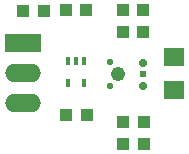
<source format=gtp>
G04 #@! TF.GenerationSoftware,KiCad,Pcbnew,(5.0.2)-1*
G04 #@! TF.CreationDate,2019-02-23T10:33:44+09:00*
G04 #@! TF.ProjectId,SPU0410LR5H,53505530-3431-4304-9c52-35482e6b6963,v1.1*
G04 #@! TF.SameCoordinates,Original*
G04 #@! TF.FileFunction,Paste,Top*
G04 #@! TF.FilePolarity,Positive*
%FSLAX46Y46*%
G04 Gerber Fmt 4.6, Leading zero omitted, Abs format (unit mm)*
G04 Created by KiCad (PCBNEW (5.0.2)-1) date 2019/02/23 10:33:44*
%MOMM*%
%LPD*%
G01*
G04 APERTURE LIST*
%ADD10R,3.048000X1.524000*%
%ADD11O,3.048000X1.524000*%
%ADD12C,0.562000*%
%ADD13C,0.723000*%
%ADD14C,1.224000*%
%ADD15C,0.612000*%
%ADD16R,1.049020X1.079500*%
%ADD17R,1.800000X1.600000*%
%ADD18R,0.400000X0.750000*%
G04 APERTURE END LIST*
D10*
G04 #@! TO.C,P1*
X141920000Y-108880000D03*
D11*
X141920000Y-111420000D03*
X141920000Y-113960000D03*
G04 #@! TD*
D12*
G04 #@! TO.C,U1*
X149366000Y-112515000D03*
X149366000Y-110485000D03*
D13*
X152103000Y-112466000D03*
X152103000Y-110534000D03*
D14*
X150000000Y-111500000D03*
D15*
X152103000Y-111500000D03*
G04 #@! TD*
D16*
G04 #@! TO.C,C2*
X150390240Y-107940000D03*
X152137760Y-107940000D03*
G04 #@! TD*
D17*
G04 #@! TO.C,C3*
X154760000Y-112860000D03*
X154760000Y-110060000D03*
G04 #@! TD*
D16*
G04 #@! TO.C,C4*
X145600240Y-114990000D03*
X147347760Y-114990000D03*
G04 #@! TD*
G04 #@! TO.C,R1*
X150420240Y-115540000D03*
X152167760Y-115540000D03*
G04 #@! TD*
G04 #@! TO.C,R2*
X150422240Y-117410000D03*
X152169760Y-117410000D03*
G04 #@! TD*
G04 #@! TO.C,R3*
X150392240Y-106070000D03*
X152139760Y-106070000D03*
G04 #@! TD*
G04 #@! TO.C,R4*
X141972240Y-106150000D03*
X143719760Y-106150000D03*
G04 #@! TD*
G04 #@! TO.C,C1*
X147317760Y-106100000D03*
X145570240Y-106100000D03*
G04 #@! TD*
D18*
G04 #@! TO.C,U2*
X147090000Y-110370000D03*
X145790000Y-110370000D03*
X146440000Y-110370000D03*
X145790000Y-112270000D03*
X147090000Y-112270000D03*
G04 #@! TD*
M02*

</source>
